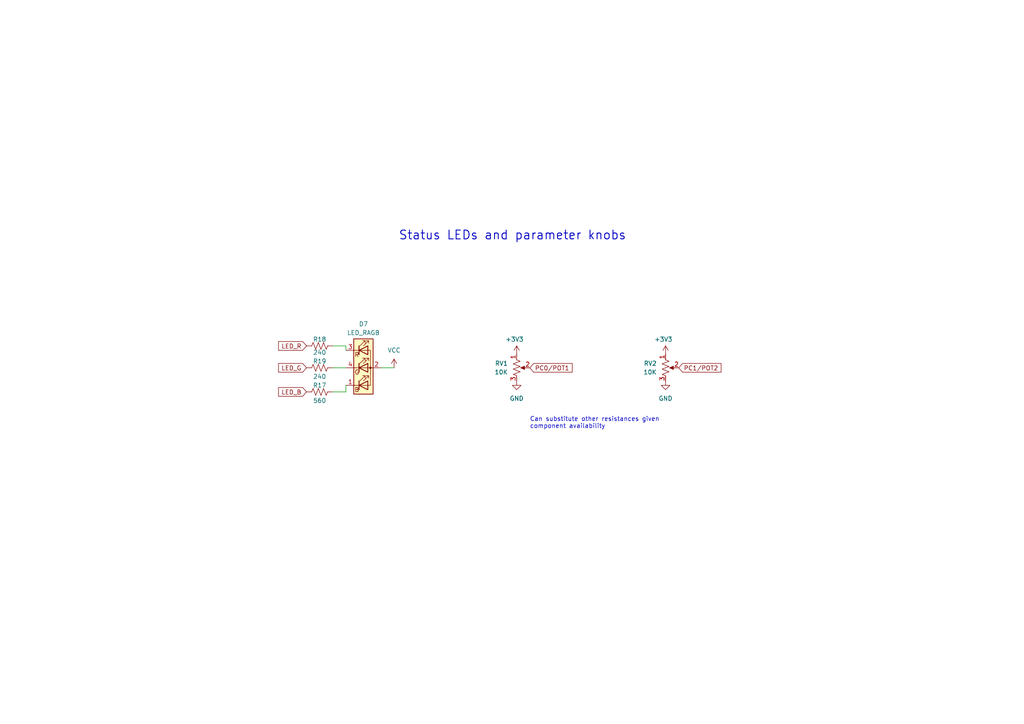
<source format=kicad_sch>
(kicad_sch (version 20230121) (generator eeschema)
  (paper "A4")
  (title_block (title "DSP PAW add-on board") (date "2023-09-13") (rev "2") (company "bitgloo") (comment 1 "Released under the CERN Open Hardware Licence Version 2 - Strongly Reciprocal"))
  (lib_symbols
    (symbol "Device:LED_BARG" (pin_names (offset 0) hide)
      (property "Reference" "D" (at 0 9.398 0))
      (property "Value" "LED_BARG" (at 0 -8.89 0))
      (symbol "LED_BARG_0_0"
        (text "B" (at -1.905 -6.35 0) (effects (font (size 1.27 1.27))))
        (text "G" (at -1.905 -1.27 0) (effects (font (size 1.27 1.27))))
        (text "R" (at -1.905 3.81 0) (effects (font (size 1.27 1.27))))
      )
      (symbol "LED_BARG_0_1"
        (polyline (pts (xy -1.27 -5.08) (xy -2.54 -5.08)))
        (polyline (pts (xy -1.27 -5.08) (xy 1.27 -5.08)))
        (polyline (pts (xy -1.27 -3.81) (xy -1.27 -6.35)) (stroke (width 0.254)))
        (polyline (pts (xy -1.27 0) (xy -2.54 0)))
        (polyline (pts (xy -1.27 1.27) (xy -1.27 -1.27)) (stroke (width 0.254)))
        (polyline (pts (xy -1.27 5.08) (xy -2.54 5.08)))
        (polyline (pts (xy -1.27 5.08) (xy 1.27 5.08)))
        (polyline (pts (xy -1.27 6.35) (xy -1.27 3.81)) (stroke (width 0.254)))
        (polyline (pts (xy 1.27 0) (xy -1.27 0)))
        (polyline (pts (xy 1.27 0) (xy 2.54 0)))
        (polyline (pts (xy -1.27 1.27) (xy -1.27 -1.27) (xy -1.27 -1.27)))
        (polyline (pts (xy -1.27 6.35) (xy -1.27 3.81) (xy -1.27 3.81)))
        (polyline (pts (xy 1.27 -5.08) (xy 2.032 -5.08) (xy 2.032 5.08) (xy 1.27 5.08)))
        (polyline (pts (xy 1.27 -3.81) (xy 1.27 -6.35) (xy -1.27 -5.08) (xy 1.27 -3.81)) (stroke (width 0.254)))
        (polyline (pts (xy 1.27 1.27) (xy 1.27 -1.27) (xy -1.27 0) (xy 1.27 1.27)) (stroke (width 0.254)))
        (polyline (pts (xy 1.27 6.35) (xy 1.27 3.81) (xy -1.27 5.08) (xy 1.27 6.35)) (stroke (width 0.254)))
        (polyline (pts (xy -1.016 -3.81) (xy 0.508 -2.286) (xy -0.254 -2.286) (xy 0.508 -2.286) (xy 0.508 -3.048)))
        (polyline (pts (xy -1.016 1.27) (xy 0.508 2.794) (xy -0.254 2.794) (xy 0.508 2.794) (xy 0.508 2.032)))
        (polyline (pts (xy -1.016 6.35) (xy 0.508 7.874) (xy -0.254 7.874) (xy 0.508 7.874) (xy 0.508 7.112)))
        (polyline (pts (xy 0 -3.81) (xy 1.524 -2.286) (xy 0.762 -2.286) (xy 1.524 -2.286) (xy 1.524 -3.048)))
        (polyline (pts (xy 0 1.27) (xy 1.524 2.794) (xy 0.762 2.794) (xy 1.524 2.794) (xy 1.524 2.032)))
        (polyline (pts (xy 0 6.35) (xy 1.524 7.874) (xy 0.762 7.874) (xy 1.524 7.874) (xy 1.524 7.112)))
        (rectangle (start 1.27 -1.27) (end 1.27 1.27))
        (rectangle (start 1.27 1.27) (end 1.27 1.27))
        (rectangle (start 1.27 3.81) (end 1.27 6.35))
        (rectangle (start 1.27 6.35) (end 1.27 6.35))
        (circle (center 2.032 0) (radius 0.254) (fill (type outline)))
        (rectangle (start 2.794 8.382) (end -2.794 -7.62) (stroke (width 0.254)) (fill (type background)))
      )
      (symbol "LED_BARG_1_1"
        (pin passive line (at -5.08 -5.08 0) (length 2.54) (name "BK") (number "1"))
        (pin passive line (at 5.08 0 180) (length 2.54) (name "A") (number "2"))
        (pin passive line (at -5.08 5.08 0) (length 2.54) (name "RK") (number "3"))
        (pin passive line (at -5.08 0 0) (length 2.54) (name "GK") (number "4"))
      )
    )
    (symbol "Device:R_Potentiometer_US" (pin_names (offset 1.016) hide)
      (property "Reference" "RV" (at -4.445 0 90))
      (property "Value" "R_Potentiometer_US" (at -2.54 0 90))
      (symbol "R_Potentiometer_US_0_1"
        (polyline (pts (xy 0 -2.286) (xy 0 -2.54)))
        (polyline (pts (xy 0 2.54) (xy 0 2.286)))
        (polyline (pts (xy 2.54 0) (xy 1.524 0)))
        (polyline (pts (xy 1.143 0) (xy 2.286 0.508) (xy 2.286 -0.508) (xy 1.143 0)) (fill (type outline)))
        (polyline (pts (xy 0 -0.762) (xy 1.016 -1.143) (xy 0 -1.524) (xy -1.016 -1.905) (xy 0 -2.286)))
        (polyline (pts (xy 0 0.762) (xy 1.016 0.381) (xy 0 0) (xy -1.016 -0.381) (xy 0 -0.762)))
        (polyline (pts (xy 0 2.286) (xy 1.016 1.905) (xy 0 1.524) (xy -1.016 1.143) (xy 0 0.762)))
      )
      (symbol "R_Potentiometer_US_1_1"
        (pin passive line (at 0 3.81 270) (length 1.27) (name "1") (number "1"))
        (pin passive line (at 3.81 0 180) (length 1.27) (name "2") (number "2"))
        (pin passive line (at 0 -3.81 90) (length 1.27) (name "3") (number "3"))
      )
    )
    (symbol "Device:R_US" (pin_numbers hide) (pin_names (offset 0))
      (property "Reference" "R" (at 2.54 0 90))
      (property "Value" "R_US" (at -2.54 0 90))
      (symbol "R_US_0_1"
        (polyline (pts (xy 0 -2.286) (xy 0 -2.54)))
        (polyline (pts (xy 0 2.286) (xy 0 2.54)))
        (polyline (pts (xy 0 -0.762) (xy 1.016 -1.143) (xy 0 -1.524) (xy -1.016 -1.905) (xy 0 -2.286)))
        (polyline (pts (xy 0 0.762) (xy 1.016 0.381) (xy 0 0) (xy -1.016 -0.381) (xy 0 -0.762)))
        (polyline (pts (xy 0 2.286) (xy 1.016 1.905) (xy 0 1.524) (xy -1.016 1.143) (xy 0 0.762)))
      )
      (symbol "R_US_1_1"
        (pin passive line (at 0 3.81 270) (length 1.27) (name "~") (number "1"))
        (pin passive line (at 0 -3.81 90) (length 1.27) (name "~") (number "2"))
      )
    )
    (symbol "power:+3V3" (power) (pin_names (offset 0))
      (property "Value" "+3V3" (at 0 3.556 0))
      (symbol "+3V3_0_1"
        (polyline (pts (xy -0.762 1.27) (xy 0 2.54)))
        (polyline (pts (xy 0 0) (xy 0 2.54)))
        (polyline (pts (xy 0 2.54) (xy 0.762 1.27)))
      )
      (symbol "+3V3_1_1"
        (pin power_in line (at 0 0 90) (length 0) hide (name "+3V3") (number "1"))
      )
    )
    (symbol "power:GND" (power) (pin_names (offset 0))
      (property "Value" "GND" (at 0 -3.81 0))
      (symbol "GND_0_1"
        (polyline (pts (xy 0 0) (xy 0 -1.27) (xy 1.27 -1.27) (xy 0 -2.54) (xy -1.27 -1.27) (xy 0 -1.27)))
      )
      (symbol "GND_1_1"
        (pin power_in line (at 0 0 270) (length 0) hide (name "GND") (number "1"))
      )
    )
    (symbol "power:VCC" (power) (pin_names (offset 0))
      (property "Value" "VCC" (at 0 3.81 0))
      (symbol "VCC_0_1"
        (polyline (pts (xy -0.762 1.27) (xy 0 2.54)))
        (polyline (pts (xy 0 0) (xy 0 2.54)))
        (polyline (pts (xy 0 2.54) (xy 0.762 1.27)))
      )
      (symbol "VCC_1_1"
        (pin power_in line (at 0 0 90) (length 0) hide (name "VCC") (number "1"))
      )
    )
  )
  (wire (pts (xy 96.52 113.665) (xy 100.33 113.665)))
  (wire (pts (xy 110.49 106.68) (xy 114.3 106.68)))
  (wire (pts (xy 96.52 106.68) (xy 100.33 106.68)))
  (wire (pts (xy 100.33 113.665) (xy 100.33 111.76)))
  (wire (pts (xy 96.52 100.33) (xy 100.33 100.33)))
  (wire (pts (xy 100.33 100.33) (xy 100.33 101.6)))
  (text "Status LEDs and parameter knobs" (at 115.57 69.85 0) (effects (font (size 2.54 2.54) (thickness 0.254) bold) (justify left bottom)))
  (text "Can substitute other resistances given\ncomponent availability" (at 153.67 124.46 0) (effects (font (size 1.27 1.27)) (justify left bottom)))
  (global_label "PC0{slash}POT1" (shape input) (at 153.67 106.68 0) (property "Intersheetrefs" "${INTERSHEET_REFS}" (effects hide)))
  (global_label "LED_G" (shape input) (at 88.9 106.68 180) (property "Intersheetrefs" "${INTERSHEET_REFS}" (effects hide)))
  (global_label "LED_B" (shape input) (at 88.9 113.665 180) (property "Intersheetrefs" "${INTERSHEET_REFS}" (effects hide)))
  (global_label "PC1{slash}POT2" (shape input) (at 196.85 106.68 0) (property "Intersheetrefs" "${INTERSHEET_REFS}" (effects hide)))
  (global_label "LED_R" (shape input) (at 88.9 100.33 180) (property "Intersheetrefs" "${INTERSHEET_REFS}" (effects hide)))
  (symbol (lib_id "Device:R_Potentiometer_US") (at 193.04 106.68 0) (unit 1)
    (property "Reference" "RV2" (at 190.5 105.4099 0) (effects (justify right)))
    (property "Value" "10K" (at 190.5 107.9499 0) (effects (justify right)))
    (property "Footprint" "Potentiometer_THT:Potentiometer_Bourns_3386P_Vertical" (effects hide))
    (property "Part Number" "3386P-1-103TLF" (effects hide))
  )
  (symbol (lib_id "Device:R_US") (at 92.71 100.33 90) (unit 1)
    (property "Reference" "R18" (at 92.71 98.425 90))
    (property "Value" "240" (at 92.71 102.235 90))
    (property "Footprint" "Resistor_SMD:R_0603_1608Metric" (effects hide))
    (property "Part Number" "RC0603JR-07240RL" (effects hide))
    (instances (project "stmdsp_rev3" (path "" (reference "R18") (unit 1))) (project "DSP PAW add-on board" (path "" (reference "R16") (unit 1)) (path "" (reference "R24") (unit 1))))
  )
  (symbol (lib_id "power:GND") (at 149.86 110.49 0) (unit 1)
    (property "Reference" "#PWR058" (effects hide))
    (property "Value" "GND" (at 149.86 115.57 0))
    (instances (project "stmdsp_rev3" (path "" (reference "#PWR058") (unit 1))) (project "DSP PAW add-on board" (path "" (reference "#PWR024") (unit 1)) (path "" (reference "#PWR070") (unit 1))))
  )
  (symbol (lib_id "power:GND") (at 193.04 110.49 0) (unit 1)
    (property "Reference" "#PWR059" (effects hide))
    (property "Value" "GND" (at 193.04 115.57 0))
    (instances (project "stmdsp_rev3" (path "" (reference "#PWR059") (unit 1))) (project "DSP PAW add-on board" (path "" (reference "#PWR028") (unit 1)) (path "" (reference "#PWR071") (unit 1))))
  )
  (symbol (lib_id "Device:R_US") (at 92.71 113.665 90) (unit 1)
    (property "Reference" "R17" (at 92.71 111.76 90))
    (property "Value" "560" (at 92.71 116.205 90))
    (property "Footprint" "Resistor_SMD:R_0603_1608Metric" (effects hide))
    (property "Part Number" "RC0603JR-07560RL" (effects hide))
    (instances (project "stmdsp_rev3" (path "" (reference "R17") (unit 1))) (project "DSP PAW add-on board" (path "" (reference "R15") (unit 1)) (path "" (reference "R23") (unit 1))))
  )
  (symbol (lib_id "power:+3V3") (at 149.86 102.87 0) (unit 1)
    (property "Reference" "#PWR024" (effects hide))
    (property "Value" "+3V3" (at 149.225 98.425 0))
    (instances (project "DSP PAW add-on board" (path "" (reference "#PWR024") (unit 1)) (path "" (reference "#PWR077") (unit 1))))
  )
  (symbol (lib_id "Device:LED_BARG") (at 105.41 106.68 0) (unit 1)
    (property "Reference" "D7" (at 105.41 93.98 0))
    (property "Value" "LED_RAGB" (at 105.41 96.52 0))
    (property "Footprint" "LED_SMD:LED_Kingbright_AAA3528ESGCT" (effects hide))
    (property "Part Number" "LTST-C19HE1WT" (effects hide))
  )
  (symbol (lib_id "Device:R_US") (at 92.71 106.68 90) (unit 1)
    (property "Reference" "R19" (at 92.71 104.775 90))
    (property "Value" "240" (at 92.71 109.22 90))
    (property "Footprint" "Resistor_SMD:R_0603_1608Metric" (effects hide))
    (property "Part Number" "RC0603JR-07240RL" (effects hide))
    (instances (project "stmdsp_rev3" (path "" (reference "R19") (unit 1))) (project "DSP PAW add-on board" (path "" (reference "R17") (unit 1)) (path "" (reference "R25") (unit 1))))
  )
  (symbol (lib_id "power:+3V3") (at 193.04 102.87 0) (unit 1)
    (property "Reference" "#PWR024" (effects hide))
    (property "Value" "+3V3" (at 192.405 98.425 0))
    (instances (project "DSP PAW add-on board" (path "" (reference "#PWR024") (unit 1)) (path "" (reference "#PWR078") (unit 1))))
  )
  (symbol (lib_id "power:VCC") (at 114.3 106.68 0) (unit 1)
    (property "Reference" "#PWR057" (effects hide))
    (property "Value" "VCC" (at 114.3 101.6 0))
    (instances (project "stmdsp_rev3" (path "" (reference "#PWR057") (unit 1))) (project "DSP PAW add-on board" (path "" (reference "#PWR019") (unit 1)) (path "" (reference "#PWR069") (unit 1))))
  )
  (symbol (lib_id "Device:R_Potentiometer_US") (at 149.86 106.68 0) (unit 1)
    (property "Reference" "RV1" (at 147.32 105.4099 0) (effects (justify right)))
    (property "Value" "10K" (at 147.32 107.9499 0) (effects (justify right)))
    (property "Footprint" "Potentiometer_THT:Potentiometer_Bourns_3386P_Vertical" (effects hide))
    (property "Part Number" "3386P-1-103TLF" (effects hide))
  )
)
</source>
